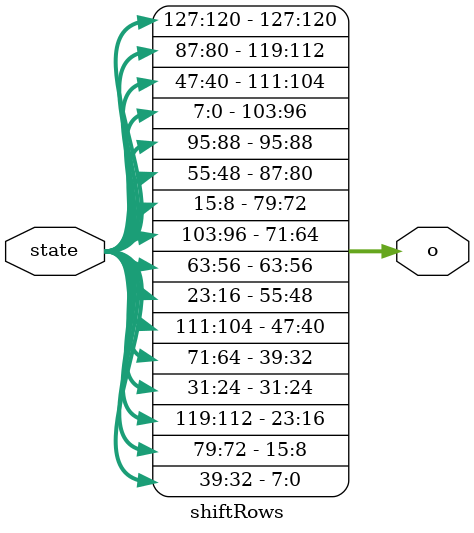
<source format=v>
`default_nettype none
`timescale 1ns/1ps
`include "Cipher_defs.vh"

module shiftRows(
  state,
  o
);
  `include "dfhdl_defs.vh"
  `include "Cipher_defs.vh"
  input  wire [127:0] state;
  output wire [127:0] o;
  assign o = {
    {state[127:120], state[87:80], state[47:40], state[7:0]}, {state[95:88], state[55:48], state[15:8], state[103:96]},
    {state[63:56], state[23:16], state[111:104], state[71:64]}, {state[31:24], state[119:112], state[79:72], state[39:32]}
  };
endmodule

</source>
